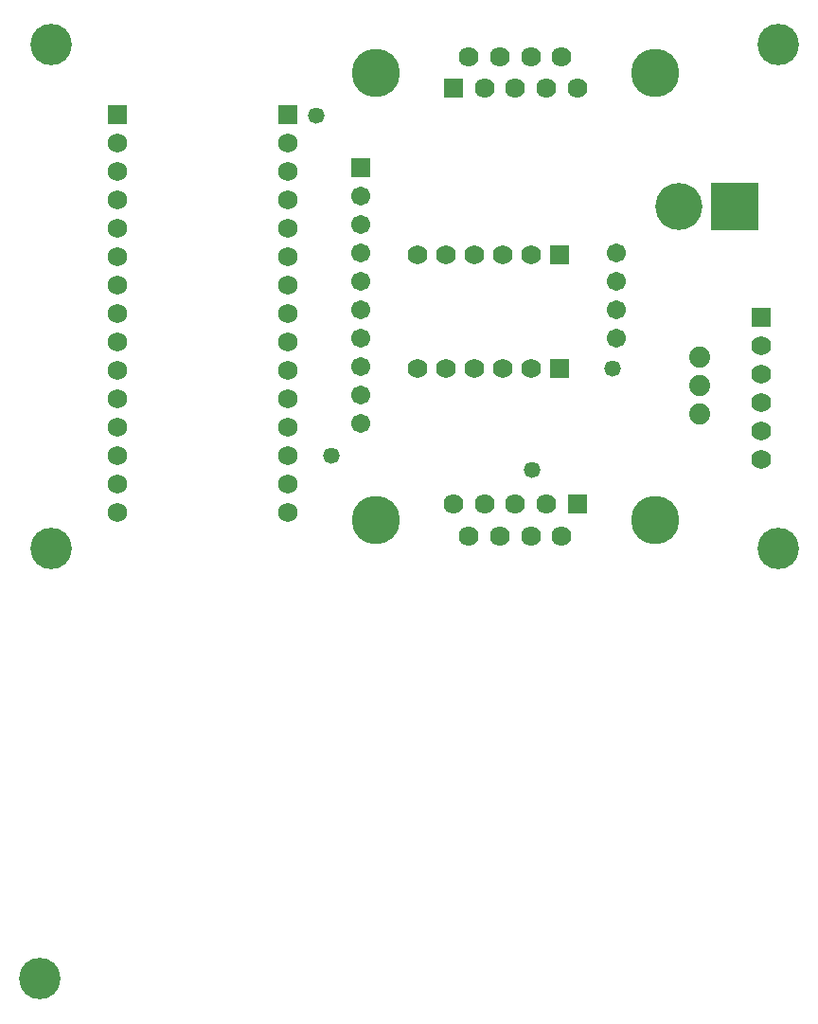
<source format=gbs>
G04*
G04 #@! TF.GenerationSoftware,Altium Limited,Altium Designer,22.8.2 (66)*
G04*
G04 Layer_Color=16711935*
%FSLAX42Y42*%
%MOMM*%
G71*
G04*
G04 #@! TF.SameCoordinates,E2F3CAA6-EC45-4DAB-9F52-99892A173F59*
G04*
G04*
G04 #@! TF.FilePolarity,Negative*
G04*
G01*
G75*
%ADD18R,1.76X1.76*%
%ADD19C,1.76*%
%ADD20C,1.71*%
%ADD21R,1.71X1.71*%
%ADD22C,4.20*%
%ADD23R,4.20X4.20*%
%ADD24C,4.32*%
%ADD25R,1.78X1.78*%
%ADD26C,1.78*%
%ADD27C,1.73*%
%ADD28R,1.73X1.73*%
%ADD29C,3.70*%
%ADD30R,1.76X1.76*%
%ADD31C,1.88*%
%ADD32C,1.47*%
D18*
X4795Y2871D02*
D03*
Y1855D02*
D03*
D19*
X4287Y2871D02*
D03*
X4033D02*
D03*
X3779D02*
D03*
X3525D02*
D03*
X4541D02*
D03*
Y1855D02*
D03*
X4287D02*
D03*
X4033D02*
D03*
X3779D02*
D03*
X3525D02*
D03*
X6600Y1042D02*
D03*
Y1296D02*
D03*
Y1550D02*
D03*
Y1804D02*
D03*
Y2058D02*
D03*
D20*
X5300Y2124D02*
D03*
Y2378D02*
D03*
Y2632D02*
D03*
Y2886D02*
D03*
X3014Y3394D02*
D03*
Y1362D02*
D03*
Y1616D02*
D03*
Y1870D02*
D03*
Y2124D02*
D03*
Y2378D02*
D03*
Y2632D02*
D03*
Y2886D02*
D03*
Y3140D02*
D03*
D21*
Y3648D02*
D03*
D22*
X5860Y3300D02*
D03*
D23*
X6360D02*
D03*
D24*
X5649Y500D02*
D03*
X3150D02*
D03*
X5649Y4500D02*
D03*
X3150D02*
D03*
D25*
X4954Y642D02*
D03*
X3846Y4358D02*
D03*
D26*
X4815Y358D02*
D03*
X4677Y642D02*
D03*
X4538Y358D02*
D03*
X4400Y642D02*
D03*
X4262Y358D02*
D03*
X4123Y642D02*
D03*
X3985Y358D02*
D03*
X3846Y642D02*
D03*
X4954Y4358D02*
D03*
X4815Y4642D02*
D03*
X4677Y4358D02*
D03*
X4538Y4642D02*
D03*
X4400Y4358D02*
D03*
X4262Y4642D02*
D03*
X4123Y4358D02*
D03*
X3985Y4642D02*
D03*
D27*
X838Y566D02*
D03*
Y819D02*
D03*
Y1073D02*
D03*
Y1327D02*
D03*
Y1581D02*
D03*
Y1835D02*
D03*
Y2090D02*
D03*
Y2343D02*
D03*
Y2598D02*
D03*
Y2851D02*
D03*
Y3106D02*
D03*
Y3360D02*
D03*
Y3613D02*
D03*
Y3867D02*
D03*
X2362Y566D02*
D03*
Y819D02*
D03*
Y1073D02*
D03*
Y1327D02*
D03*
Y1581D02*
D03*
Y1835D02*
D03*
Y2090D02*
D03*
Y2343D02*
D03*
Y2598D02*
D03*
Y2851D02*
D03*
Y3106D02*
D03*
Y3360D02*
D03*
Y3613D02*
D03*
Y3867D02*
D03*
D28*
X838Y4122D02*
D03*
X2362D02*
D03*
D29*
X250Y250D02*
D03*
X6750D02*
D03*
Y4750D02*
D03*
X250D02*
D03*
X150Y-3600D02*
D03*
D30*
X6600Y2312D02*
D03*
D31*
X6050Y1954D02*
D03*
Y1446D02*
D03*
Y1700D02*
D03*
D32*
X2620Y4120D02*
D03*
X5270Y1860D02*
D03*
X2750Y1080D02*
D03*
X4550Y950D02*
D03*
M02*

</source>
